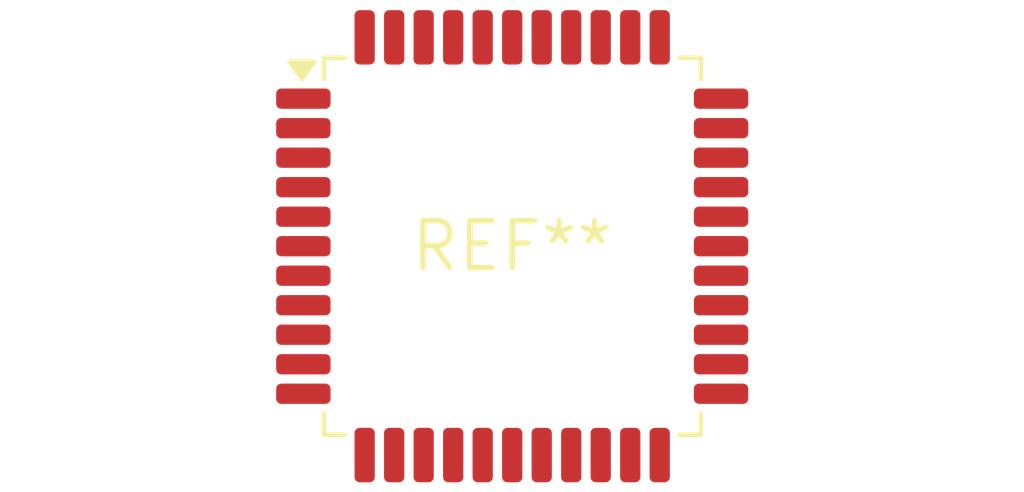
<source format=kicad_pcb>
(kicad_pcb (version 20240108) (generator pcbnew)
  (layers (0 "F.Cu" signal) (31 "B.Cu" signal) (34 "B.Paste" user) (35 "F.Paste" user) (36 "B.SilkS" user "B.Silkscreen") (37 "F.SilkS" user "F.Silkscreen") (38 "B.Mask" user) (39 "F.Mask" user) (44 "Edge.Cuts" user))
  (net 0 "")
  (footprint "LQFP-44_10x10mm_P0.8mm" (layer "F.Cu") (at 0 0)
    (property "Reference" "REF**")
    (property "Value" "LQFP-44_10x10mm_P0.8mm")
    (fp_line (start -5.11 -5.11) (end -5.11 -4.535) (layer "F.SilkS") (stroke (width 0.12)))
    (fp_line (start -5.11 5.11) (end -5.11 4.535) (layer "F.SilkS") (stroke (width 0.12)))
    (fp_line (start -4.535 -5.11) (end -5.11 -5.11) (layer "F.SilkS") (stroke (width 0.12)))
    (fp_line (start -4.535 5.11) (end -5.11 5.11) (layer "F.SilkS") (stroke (width 0.12)))
    (fp_line (start 4.535 -5.11) (end 5.11 -5.11) (layer "F.SilkS") (stroke (width 0.12)))
    (fp_line (start 4.535 5.11) (end 5.11 5.11) (layer "F.SilkS") (stroke (width 0.12)))
    (fp_line (start 5.11 -5.11) (end 5.11 -4.535) (layer "F.SilkS") (stroke (width 0.12)))
    (fp_line (start 5.11 5.11) (end 5.11 4.535) (layer "F.SilkS") (stroke (width 0.12)))
    (fp_poly (pts (xy -5.7 -4.535) (xy -6.04 -5.005) (xy -5.36 -5.005) (xy -5.7 -4.535)) (layer "F.SilkS") (stroke (width 0.12)) (fill solid))
    (pad "1" smd roundrect (at -5.6625 -4) (size 1.475 0.55) (layers "F.Cu" "F.Paste" "F.Mask"))
    (pad "2" smd roundrect (at -5.6625 -3.2) (size 1.475 0.55) (layers "F.Cu" "F.Paste" "F.Mask"))
    (pad "3" smd roundrect (at -5.6625 -2.4) (size 1.475 0.55) (layers "F.Cu" "F.Paste" "F.Mask"))
    (pad "4" smd roundrect (at -5.6625 -1.6) (size 1.475 0.55) (layers "F.Cu" "F.Paste" "F.Mask"))
    (pad "5" smd roundrect (at -5.6625 -0.8) (size 1.475 0.55) (layers "F.Cu" "F.Paste" "F.Mask"))
    (pad "6" smd roundrect (at -5.6625 0) (size 1.475 0.55) (layers "F.Cu" "F.Paste" "F.Mask"))
    (pad "7" smd roundrect (at -5.6625 0.8) (size 1.475 0.55) (layers "F.Cu" "F.Paste" "F.Mask"))
    (pad "8" smd roundrect (at -5.6625 1.6) (size 1.475 0.55) (layers "F.Cu" "F.Paste" "F.Mask"))
    (pad "9" smd roundrect (at -5.6625 2.4) (size 1.475 0.55) (layers "F.Cu" "F.Paste" "F.Mask"))
    (pad "10" smd roundrect (at -5.6625 3.2) (size 1.475 0.55) (layers "F.Cu" "F.Paste" "F.Mask"))
    (pad "11" smd roundrect (at -5.6625 4) (size 1.475 0.55) (layers "F.Cu" "F.Paste" "F.Mask"))
    (pad "12" smd roundrect (at -4 5.6625) (size 0.55 1.475) (layers "F.Cu" "F.Paste" "F.Mask"))
    (pad "13" smd roundrect (at -3.2 5.6625) (size 0.55 1.475) (layers "F.Cu" "F.Paste" "F.Mask"))
    (pad "14" smd roundrect (at -2.4 5.6625) (size 0.55 1.475) (layers "F.Cu" "F.Paste" "F.Mask"))
    (pad "15" smd roundrect (at -1.6 5.6625) (size 0.55 1.475) (layers "F.Cu" "F.Paste" "F.Mask"))
    (pad "16" smd roundrect (at -0.8 5.6625) (size 0.55 1.475) (layers "F.Cu" "F.Paste" "F.Mask"))
    (pad "17" smd roundrect (at 0 5.6625) (size 0.55 1.475) (layers "F.Cu" "F.Paste" "F.Mask"))
    (pad "18" smd roundrect (at 0.8 5.6625) (size 0.55 1.475) (layers "F.Cu" "F.Paste" "F.Mask"))
    (pad "19" smd roundrect (at 1.6 5.6625) (size 0.55 1.475) (layers "F.Cu" "F.Paste" "F.Mask"))
    (pad "20" smd roundrect (at 2.4 5.6625) (size 0.55 1.475) (layers "F.Cu" "F.Paste" "F.Mask"))
    (pad "21" smd roundrect (at 3.2 5.6625) (size 0.55 1.475) (layers "F.Cu" "F.Paste" "F.Mask"))
    (pad "22" smd roundrect (at 4 5.6625) (size 0.55 1.475) (layers "F.Cu" "F.Paste" "F.Mask"))
    (pad "23" smd roundrect (at 5.6625 4) (size 1.475 0.55) (layers "F.Cu" "F.Paste" "F.Mask"))
    (pad "24" smd roundrect (at 5.6625 3.2) (size 1.475 0.55) (layers "F.Cu" "F.Paste" "F.Mask"))
    (pad "25" smd roundrect (at 5.6625 2.4) (size 1.475 0.55) (layers "F.Cu" "F.Paste" "F.Mask"))
    (pad "26" smd roundrect (at 5.6625 1.6) (size 1.475 0.55) (layers "F.Cu" "F.Paste" "F.Mask"))
    (pad "27" smd roundrect (at 5.6625 0.8) (size 1.475 0.55) (layers "F.Cu" "F.Paste" "F.Mask"))
    (pad "28" smd roundrect (at 5.6625 0) (size 1.475 0.55) (layers "F.Cu" "F.Paste" "F.Mask"))
    (pad "29" smd roundrect (at 5.6625 -0.8) (size 1.475 0.55) (layers "F.Cu" "F.Paste" "F.Mask"))
    (pad "30" smd roundrect (at 5.6625 -1.6) (size 1.475 0.55) (layers "F.Cu" "F.Paste" "F.Mask"))
    (pad "31" smd roundrect (at 5.6625 -2.4) (size 1.475 0.55) (layers "F.Cu" "F.Paste" "F.Mask"))
    (pad "32" smd roundrect (at 5.6625 -3.2) (size 1.475 0.55) (layers "F.Cu" "F.Paste" "F.Mask"))
    (pad "33" smd roundrect (at 5.6625 -4) (size 1.475 0.55) (layers "F.Cu" "F.Paste" "F.Mask"))
    (pad "34" smd roundrect (at 4 -5.6625) (size 0.55 1.475) (layers "F.Cu" "F.Paste" "F.Mask"))
    (pad "35" smd roundrect (at 3.2 -5.6625) (size 0.55 1.475) (layers "F.Cu" "F.Paste" "F.Mask"))
    (pad "36" smd roundrect (at 2.4 -5.6625) (size 0.55 1.475) (layers "F.Cu" "F.Paste" "F.Mask"))
    (pad "37" smd roundrect (at 1.6 -5.6625) (size 0.55 1.475) (layers "F.Cu" "F.Paste" "F.Mask"))
    (pad "38" smd roundrect (at 0.8 -5.6625) (size 0.55 1.475) (layers "F.Cu" "F.Paste" "F.Mask"))
    (pad "39" smd roundrect (at 0 -5.6625) (size 0.55 1.475) (layers "F.Cu" "F.Paste" "F.Mask"))
    (pad "40" smd roundrect (at -0.8 -5.6625) (size 0.55 1.475) (layers "F.Cu" "F.Paste" "F.Mask"))
    (pad "41" smd roundrect (at -1.6 -5.6625) (size 0.55 1.475) (layers "F.Cu" "F.Paste" "F.Mask"))
    (pad "42" smd roundrect (at -2.4 -5.6625) (size 0.55 1.475) (layers "F.Cu" "F.Paste" "F.Mask"))
    (pad "43" smd roundrect (at -3.2 -5.6625) (size 0.55 1.475) (layers "F.Cu" "F.Paste" "F.Mask"))
    (pad "44" smd roundrect (at -4 -5.6625) (size 0.55 1.475) (layers "F.Cu" "F.Paste" "F.Mask"))
  )
)
</source>
